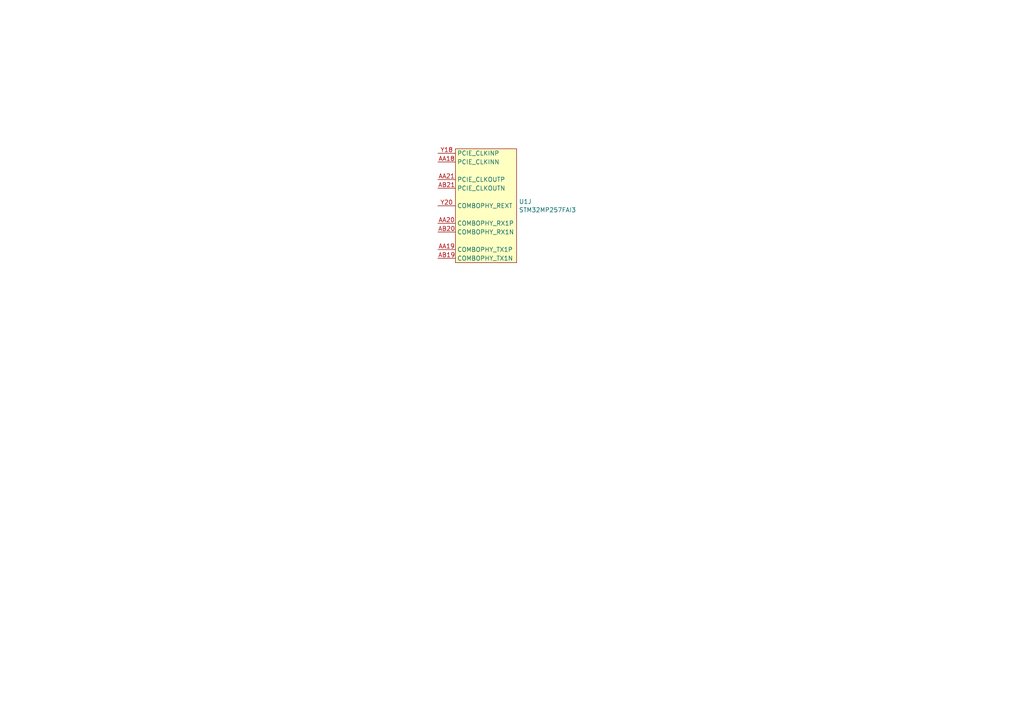
<source format=kicad_sch>
(kicad_sch (version 20231120) (generator "eeschema") (generator_version "8.0")
  (paper "A4")
  (title_block (title "AYRTON Main Board") (date "2024-11-15") (rev "0.1") (company "Antikernel Labs") (comment 1 "Andrew D. Zonenberg"))
  (lib_symbols
    (symbol "st-azonenberg:STM32MP257FAI3"
      (property "Reference" "U" (at 0 -1.016 0))
      (property "Value" "STM32MP257FAI3" (at 0 -3.048 0))
      (symbol "STM32MP257FAI3_1_1"
        (rectangle (start 0 33.02) (end 12.7 0) (fill (type background)))
        (pin input line (at -5.08 16.51 0) (length 5.08) (name "OSC32_IN") (number "R1"))
        (pin output line (at -5.08 13.97 0) (length 5.08) (name "OSC32_OUT") (number "R2"))
        (pin no_connect line (at -5.08 1.27 0) (length 5.08) (name "DNU") (number "U16"))
        (pin output line (at -5.08 6.35 0) (length 5.08) (name "OSC_OUT") (number "V2"))
        (pin input line (at -5.08 8.89 0) (length 5.08) (name "OSC_IN") (number "V3"))
        (pin input line (at -5.08 24.13 0) (length 5.08) (name "ANA0") (number "V5"))
        (pin input line (at -5.08 21.59 0) (length 5.08) (name "ANA1") (number "V6"))
        (pin power_in line (at -5.08 29.21 0) (length 5.08) (name "VREF-") (number "W5"))
        (pin power_in line (at -5.08 31.75 0) (length 5.08) (name "VREF+") (number "Y5"))
      )
      (symbol "STM32MP257FAI3_2_1"
        (rectangle (start 0 33.02) (end 25.4 0) (fill (type background)))
        (pin input line (at -5.08 8.89 0) (length 5.08) (name "JTCK") (number "AA1"))
        (pin input line (at -5.08 11.43 0) (length 5.08) (name "NJTRST") (number "AA2"))
        (pin input line (at -5.08 6.35 0) (length 5.08) (name "JTDI") (number "AB2"))
        (pin input line (at -5.08 21.59 0) (length 5.08) (name "BOOT1") (number "R3"))
        (pin input line (at -5.08 24.13 0) (length 5.08) (name "BOOT0") (number "R4"))
        (pin input line (at -5.08 16.51 0) (length 5.08) (name "BOOT3") (number "T1"))
        (pin input line (at -5.08 19.05 0) (length 5.08) (name "BOOT2") (number "T2"))
        (pin output line (at 30.48 31.75 180) (length 5.08) (name "NRSTC1MS") (number "T3"))
        (pin output line (at 30.48 21.59 180) (length 5.08) (name "PWR_ON") (number "T5"))
        (pin output line (at 30.48 26.67 180) (length 5.08) (name "PWR_CPU_ON") (number "T6"))
        (pin input line (at -5.08 29.21 0) (length 5.08) (name "PDR_ON") (number "T7"))
        (pin bidirectional line (at -5.08 31.75 0) (length 5.08) (name "NRST") (number "U3"))
        (pin output line (at 30.48 24.13 180) (length 5.08) (name "PWR_LP") (number "U4"))
        (pin output line (at -5.08 3.81 0) (length 5.08) (name "JTDO") (number "W1"))
        (pin input line (at -5.08 1.27 0) (length 5.08) (name "JTMS") (number "Y1"))
      )
      (symbol "STM32MP257FAI3_3_1"
        (rectangle (start 0 27.94) (end 19.05 0) (fill (type background)))
        (pin bidirectional line (at -5.08 19.05 0) (length 5.08) (name "USBH_HS_DP") (number "AA16"))
        (pin bidirectional line (at -5.08 16.51 0) (length 5.08) (name "USBH_HS_DM") (number "AB16"))
        (pin bidirectional line (at -5.08 26.67 0) (length 5.08) (name "UCPD1_CC1") (number "T15"))
        (pin bidirectional line (at -5.08 24.13 0) (length 5.08) (name "UCPD1_CC2") (number "T17"))
        (pin input line (at -5.08 3.81 0) (length 5.08) (name "USBH_HS_TXRTUNE") (number "V16"))
        (pin input line (at -5.08 1.27 0) (length 5.08) (name "USB3DR_TXRTUNE") (number "V17"))
        (pin bidirectional line (at -5.08 11.43 0) (length 5.08) (name "USB3DR_DP") (number "W17"))
        (pin bidirectional line (at -5.08 8.89 0) (length 5.08) (name "USB3DR_DM") (number "Y17"))
      )
      (symbol "STM32MP257FAI3_4_1"
        (rectangle (start 0 25.4) (end 11.43 0) (fill (type background)))
        (pin input line (at -5.08 13.97 0) (length 5.08) (name "CSI_D0N") (number "B5"))
        (pin input line (at -5.08 16.51 0) (length 5.08) (name "CSI_D0P") (number "C5"))
        (pin input line (at -5.08 21.59 0) (length 5.08) (name "CSI_CKP") (number "C6"))
        (pin input line (at -5.08 24.13 0) (length 5.08) (name "CSI_CKN") (number "D6"))
        (pin input line (at -5.08 8.89 0) (length 5.08) (name "CSI_D1P") (number "D7"))
        (pin input line (at -5.08 1.27 0) (length 5.08) (name "CSI_REXT") (number "E6"))
        (pin input line (at -5.08 6.35 0) (length 5.08) (name "CSI_D1N") (number "E7"))
      )
      (symbol "STM32MP257FAI3_5_1"
        (rectangle (start 0 78.74) (end 15.24 0) (fill (type background)))
        (pin output line (at -5.08 26.67 0) (length 5.08) (name "DDR_A20") (number "G18"))
        (pin output line (at -5.08 21.59 0) (length 5.08) (name "DDR_A22") (number "H17"))
        (pin output line (at -5.08 34.29 0) (length 5.08) (name "DDR_A17") (number "H18"))
        (pin output line (at -5.08 31.75 0) (length 5.08) (name "DDR_A18") (number "H19"))
        (pin output line (at -5.08 19.05 0) (length 5.08) (name "DDR_A23") (number "J17"))
        (pin output line (at -5.08 36.83 0) (length 5.08) (name "DDR_A16") (number "J18"))
        (pin output line (at -5.08 24.13 0) (length 5.08) (name "DDR_A21") (number "J19"))
        (pin output line (at -5.08 29.21 0) (length 5.08) (name "DDR_A19") (number "K17"))
        (pin output line (at -5.08 44.45 0) (length 5.08) (name "DDR_A13") (number "K18"))
        (pin output line (at -5.08 46.99 0) (length 5.08) (name "DDR_A12") (number "K19"))
        (pin output line (at -5.08 39.37 0) (length 5.08) (name "DDR_A15") (number "L17"))
        (pin output line (at -5.08 41.91 0) (length 5.08) (name "DDR_A14") (number "L18"))
        (pin output line (at -5.08 77.47 0) (length 5.08) (name "DDR_A0") (number "M16"))
        (pin output line (at -5.08 69.85 0) (length 5.08) (name "DDR_A3") (number "M17"))
        (pin output line (at -5.08 8.89 0) (length 5.08) (name "DDR_A28") (number "M18"))
        (pin output line (at -5.08 64.77 0) (length 5.08) (name "DDR_A5") (number "M19"))
        (pin output line (at -5.08 72.39 0) (length 5.08) (name "DDR_A2") (number "N16"))
        (pin output line (at -5.08 49.53 0) (length 5.08) (name "DDR_A11") (number "N17"))
        (pin output line (at -5.08 52.07 0) (length 5.08) (name "DDR_A10") (number "N18"))
        (pin output line (at -5.08 67.31 0) (length 5.08) (name "DDR_A4") (number "N19"))
        (pin output line (at -5.08 1.27 0) (length 5.08) (name "DDR_A31") (number "P16"))
        (pin output line (at -5.08 3.81 0) (length 5.08) (name "DDR_A30") (number "P17"))
        (pin output line (at -5.08 54.61 0) (length 5.08) (name "DDR_A9") (number "P18"))
        (pin output line (at -5.08 57.15 0) (length 5.08) (name "DDR_A8") (number "P19"))
        (pin output line (at -5.08 16.51 0) (length 5.08) (name "DDR_A25") (number "R17"))
        (pin output line (at -5.08 11.43 0) (length 5.08) (name "DDR_A27") (number "R18"))
        (pin output line (at -5.08 13.97 0) (length 5.08) (name "DDR_A26") (number "R19"))
        (pin output line (at -5.08 62.23 0) (length 5.08) (name "DDR_A6") (number "T18"))
        (pin output line (at -5.08 6.35 0) (length 5.08) (name "DDR_A29") (number "T19"))
        (pin output line (at -5.08 74.93 0) (length 5.08) (name "DDR_A1") (number "U18"))
        (pin output line (at -5.08 59.69 0) (length 5.08) (name "DDR_A7") (number "U19"))
      )
      (symbol "STM32MP257FAI3_6_1"
        (rectangle (start 0 81.28) (end 29.21 0) (fill (type background)))
        (pin bidirectional line (at 34.29 72.39 180) (length 5.08) (name "DDR_DQ3") (number "AA22"))
        (pin bidirectional line (at 34.29 31.75 180) (length 5.08) (name "DDR_DQ19") (number "B22"))
        (pin bidirectional line (at 34.29 34.29 180) (length 5.08) (name "DDR_DQ18") (number "C21"))
        (pin bidirectional line (at 34.29 36.83 180) (length 5.08) (name "DDR_DQ17") (number "C22"))
        (pin bidirectional line (at 34.29 39.37 180) (length 5.08) (name "DDR_DQ16") (number "D20"))
        (pin bidirectional line (at -5.08 52.07 0) (length 5.08) (name "DDR_DQS2_P") (number "D21"))
        (pin bidirectional line (at -5.08 49.53 0) (length 5.08) (name "DDR_DQS2_N") (number "D22"))
        (pin bidirectional line (at 34.29 24.13 180) (length 5.08) (name "DDR_DQ22") (number "E19"))
        (pin bidirectional line (at 34.29 21.59 180) (length 5.08) (name "DDR_DQ23") (number "E20"))
        (pin output line (at -5.08 74.93 0) (length 5.08) (name "DDR_DQM2") (number "E21"))
        (pin output line (at -5.08 29.21 0) (length 5.08) (name "DDR_RESETN") (number "F18"))
        (pin bidirectional line (at 34.29 26.67 180) (length 5.08) (name "DDR_DQ21") (number "F19"))
        (pin bidirectional line (at 34.29 29.21 180) (length 5.08) (name "DDR_DQ20") (number "F20"))
        (pin bidirectional line (at 34.29 19.05 180) (length 5.08) (name "DDR_DQ24") (number "G19"))
        (pin bidirectional line (at 34.29 11.43 180) (length 5.08) (name "DDR_DQ27") (number "G20"))
        (pin bidirectional line (at 34.29 13.97 180) (length 5.08) (name "DDR_DQ26") (number "G21"))
        (pin bidirectional line (at 34.29 16.51 180) (length 5.08) (name "DDR_DQ25") (number "G22"))
        (pin output line (at -5.08 72.39 0) (length 5.08) (name "DDR_DQM3") (number "H20"))
        (pin bidirectional line (at -5.08 41.91 0) (length 5.08) (name "DDR_DQS3_N") (number "H21"))
        (pin bidirectional line (at -5.08 44.45 0) (length 5.08) (name "DDR_DQS3_P") (number "H22"))
        (pin bidirectional line (at 34.29 6.35 180) (length 5.08) (name "DDR_DQ29") (number "J20"))
        (pin bidirectional line (at 34.29 8.89 180) (length 5.08) (name "DDQ_DQ28") (number "J21"))
        (pin input line (at -5.08 34.29 0) (length 5.08) (name "DDR_ZQ") (number "K16"))
        (pin bidirectional line (at 34.29 3.81 180) (length 5.08) (name "DDR_DQ30") (number "K20"))
        (pin bidirectional line (at 34.29 1.27 180) (length 5.08) (name "DDR_DQ31") (number "L19"))
        (pin input line (at -5.08 36.83 0) (length 5.08) (name "DDR_VREF") (number "L20"))
        (pin bidirectional line (at 34.29 54.61 180) (length 5.08) (name "DDR_DQ10") (number "L21"))
        (pin bidirectional line (at 34.29 52.07 180) (length 5.08) (name "DDR_DQ11") (number "L22"))
        (pin bidirectional line (at 34.29 59.69 180) (length 5.08) (name "DDR_DQ8") (number "M21"))
        (pin bidirectional line (at 34.29 57.15 180) (length 5.08) (name "DDR_DQ9") (number "M22"))
        (pin bidirectional line (at -5.08 59.69 0) (length 5.08) (name "DDR_DQS1_P") (number "N20"))
        (pin bidirectional line (at -5.08 57.15 0) (length 5.08) (name "DDR_DQS1_N") (number "N21"))
        (pin output line (at -5.08 77.47 0) (length 5.08) (name "DDR_DQM1") (number "P20"))
        (pin bidirectional line (at 34.29 46.99 180) (length 5.08) (name "DDR_DQ13") (number "R20"))
        (pin bidirectional line (at 34.29 44.45 180) (length 5.08) (name "DDR_DQ14") (number "R21"))
        (pin bidirectional line (at 34.29 41.91 180) (length 5.08) (name "DDR_DQ15") (number "R22"))
        (pin bidirectional line (at 34.29 67.31 180) (length 5.08) (name "DDR_DQ5") (number "T20"))
        (pin bidirectional line (at 34.29 69.85 180) (length 5.08) (name "DDR_DQ4") (number "T21"))
        (pin bidirectional line (at 34.29 49.53 180) (length 5.08) (name "DDR_DQ12") (number "T22"))
        (pin bidirectional line (at 34.29 62.23 180) (length 5.08) (name "DDR_DQ7") (number "U20"))
        (pin bidirectional line (at 34.29 64.77 180) (length 5.08) (name "DDR_DQ6") (number "U21"))
        (pin bidirectional line (at -5.08 67.31 0) (length 5.08) (name "DDR_DQS0_P") (number "V20"))
        (pin bidirectional line (at -5.08 64.77 0) (length 5.08) (name "DDR_DQS0_N") (number "W20"))
        (pin output line (at -5.08 80.01 0) (length 5.08) (name "DDR_DQM0") (number "W21"))
        (pin bidirectional line (at 34.29 80.01 180) (length 5.08) (name "DDR_DQ0") (number "W22"))
        (pin bidirectional line (at 34.29 77.47 180) (length 5.08) (name "DDR_DQ1") (number "Y21"))
        (pin bidirectional line (at 34.29 74.93 180) (length 5.08) (name "DDR_DQ2") (number "Y22"))
      )
      (symbol "STM32MP257FAI3_7_1"
        (rectangle (start 0 40.64) (end 10.16 0) (fill (type background)))
        (pin output line (at -5.08 8.89 0) (length 5.08) (name "DSI_D3P") (number "A7"))
        (pin output line (at -5.08 39.37 0) (length 5.08) (name "DSI_CKP") (number "A8"))
        (pin output line (at -5.08 6.35 0) (length 5.08) (name "DSI_D3N") (number "B7"))
        (pin output line (at -5.08 36.83 0) (length 5.08) (name "DSI_CKN") (number "B8"))
        (pin output line (at -5.08 29.21 0) (length 5.08) (name "DSI_D0N") (number "B9"))
        (pin output line (at -5.08 16.51 0) (length 5.08) (name "DSI_D2P") (number "C8"))
        (pin output line (at -5.08 31.75 0) (length 5.08) (name "DSI_D0P") (number "C9"))
        (pin output line (at -5.08 13.97 0) (length 5.08) (name "DSI_D2N") (number "D8"))
        (pin output line (at -5.08 24.13 0) (length 5.08) (name "DSI_D1P") (number "D9"))
        (pin input line (at -5.08 1.27 0) (length 5.08) (name "DSI_REXT") (number "E8"))
        (pin output line (at -5.08 21.59 0) (length 5.08) (name "DSI_D1N") (number "E9"))
      )
      (symbol "STM32MP257FAI3_8_1"
        (rectangle (start 0 35.56) (end 12.7 0) (fill (type background)))
        (pin output line (at -5.08 24.13 0) (length 5.08) (name "LVDS1_D1N") (number "D1"))
        (pin output line (at -5.08 26.67 0) (length 5.08) (name "LVDS1_D1P") (number "D2"))
        (pin output line (at -5.08 31.75 0) (length 5.08) (name "LVDS1_D0N") (number "D3"))
        (pin output line (at -5.08 34.29 0) (length 5.08) (name "LVDS1_D0P") (number "D4"))
        (pin output line (at -5.08 19.05 0) (length 5.08) (name "LVDS1_D2P") (number "E3"))
        (pin output line (at -5.08 16.51 0) (length 5.08) (name "LVDS1_D2N") (number "E4"))
        (pin output line (at -5.08 11.43 0) (length 5.08) (name "LVDS1_D3P") (number "F2"))
        (pin output line (at -5.08 8.89 0) (length 5.08) (name "LVDS1_D3N") (number "F3"))
        (pin output line (at -5.08 3.81 0) (length 5.08) (name "LVDS1_D4P") (number "F4"))
        (pin output line (at -5.08 1.27 0) (length 5.08) (name "LVDS1_D4N") (number "F5"))
      )
      (symbol "STM32MP257FAI3_9_1"
        (rectangle (start 0 35.56) (end 12.7 0) (fill (type background)))
        (pin output line (at -5.08 26.67 0) (length 5.08) (name "LVDS2_D1P") (number "A2"))
        (pin output line (at -5.08 24.13 0) (length 5.08) (name "LVDS2_D1N") (number "A3"))
        (pin output line (at -5.08 34.29 0) (length 5.08) (name "LVDS2_D0P") (number "A4"))
        (pin output line (at -5.08 3.81 0) (length 5.08) (name "LVDS2_D4P") (number "B1"))
        (pin output line (at -5.08 1.27 0) (length 5.08) (name "LVDS2_D4N") (number "B2"))
        (pin output line (at -5.08 16.51 0) (length 5.08) (name "LVDS2_D2N") (number "B3"))
        (pin output line (at -5.08 31.75 0) (length 5.08) (name "LVDS2_D0N") (number "B4"))
        (pin output line (at -5.08 11.43 0) (length 5.08) (name "LVDS2_D3P") (number "C1"))
        (pin output line (at -5.08 8.89 0) (length 5.08) (name "LVDS2_D3N") (number "C2"))
        (pin output line (at -5.08 19.05 0) (length 5.08) (name "LVDS2_D2P") (number "C3"))
      )
      (symbol "STM32MP257FAI3_10_1"
        (rectangle (start 0 33.02) (end 17.78 0) (fill (type background)))
        (pin input line (at -5.08 29.21 0) (length 5.08) (name "PCIE_CLKINN") (number "AA18"))
        (pin output line (at -5.08 3.81 0) (length 5.08) (name "COMBOPHY_TX1P") (number "AA19"))
        (pin input line (at -5.08 11.43 0) (length 5.08) (name "COMBOPHY_RX1P") (number "AA20"))
        (pin output line (at -5.08 24.13 0) (length 5.08) (name "PCIE_CLKOUTP") (number "AA21"))
        (pin output line (at -5.08 1.27 0) (length 5.08) (name "COMBOPHY_TX1N") (number "AB19"))
        (pin input line (at -5.08 8.89 0) (length 5.08) (name "COMBOPHY_RX1N") (number "AB20"))
        (pin output line (at -5.08 21.59 0) (length 5.08) (name "PCIE_CLKOUTN") (number "AB21"))
        (pin input line (at -5.08 31.75 0) (length 5.08) (name "PCIE_CLKINP") (number "Y18"))
        (pin passive line (at -5.08 16.51 0) (length 5.08) (name "COMBOPHY_REXT") (number "Y20"))
      )
      (symbol "STM32MP257FAI3_11_1"
        (rectangle (start 0 40.64) (end 21.59 0) (fill (type background)))
        (pin bidirectional line (at -5.08 1.27 0) (length 5.08) (name "PA15") (number "T10"))
        (pin bidirectional line (at -5.08 16.51 0) (length 5.08) (name "PA9") (number "T12"))
        (pin bidirectional line (at -5.08 31.75 0) (length 5.08) (name "PA3") (number "T14"))
        (pin bidirectional line (at -5.08 3.81 0) (length 5.08) (name "PA14") (number "U10"))
        (pin bidirectional line (at -5.08 8.89 0) (length 5.08) (name "PA12") (number "U12"))
        (pin bidirectional line (at -5.08 13.97 0) (length 5.08) (name "PA10") (number "U13"))
        (pin bidirectional line (at -5.08 24.13 0) (length 5.08) (name "PA6") (number "V14"))
        (pin bidirectional line (at -5.08 36.83 0) (length 5.08) (name "PA1") (number "V15"))
        (pin bidirectional line (at -5.08 11.43 0) (length 5.08) (name "PA11") (number "W12"))
        (pin bidirectional line (at -5.08 34.29 0) (length 5.08) (name "PA2") (number "W13"))
        (pin bidirectional line (at -5.08 19.05 0) (length 5.08) (name "PA8") (number "W15"))
        (pin bidirectional line (at -5.08 6.35 0) (length 5.08) (name "PA13") (number "Y12"))
        (pin bidirectional line (at -5.08 26.67 0) (length 5.08) (name "PA5") (number "Y13"))
        (pin bidirectional line (at -5.08 21.59 0) (length 5.08) (name "PA7") (number "Y14"))
        (pin bidirectional line (at -5.08 29.21 0) (length 5.08) (name "PA4") (number "Y15"))
        (pin bidirectional line (at -5.08 39.37 0) (length 5.08) (name "PA0") (number "Y2"))
      )
      (symbol "STM32MP257FAI3_12_1"
        (polyline (pts (xy 19.05 39.37) (xy 20.32 39.37) (xy 20.32 11.43) (xy 19.05 11.43)))
        (rectangle (start 0 40.64) (end 22.86 0) (fill (type background)))
        (text "VDDIO4" (at 21.59 25.654 900) (effects (font (size 1.27 1.27))))
        (pin bidirectional line (at -5.08 13.97 0) (length 5.08) (name "PB10") (number "A11"))
        (pin bidirectional line (at -5.08 16.51 0) (length 5.08) (name "PB9") (number "A12"))
        (pin bidirectional line (at -5.08 1.27 0) (length 5.08) (name "PB15") (number "AB4"))
        (pin bidirectional line (at -5.08 26.67 0) (length 5.08) (name "PB5") (number "B11"))
        (pin bidirectional line (at -5.08 11.43 0) (length 5.08) (name "PB11") (number "B12"))
        (pin bidirectional line (at -5.08 8.89 0) (length 5.08) (name "PB12") (number "B20"))
        (pin bidirectional line (at -5.08 34.29 0) (length 5.08) (name "PB2") (number "C10"))
        (pin bidirectional line (at -5.08 39.37 0) (length 5.08) (name "PB0") (number "C11"))
        (pin bidirectional line (at -5.08 24.13 0) (length 5.08) (name "PB6") (number "C12"))
        (pin bidirectional line (at -5.08 3.81 0) (length 5.08) (name "PB14") (number "C20"))
        (pin bidirectional line (at -5.08 29.21 0) (length 5.08) (name "PB4") (number "D10"))
        (pin bidirectional line (at -5.08 36.83 0) (length 5.08) (name "PB1") (number "D11"))
        (pin bidirectional line (at -5.08 21.59 0) (length 5.08) (name "PB7") (number "D12"))
        (pin bidirectional line (at -5.08 6.35 0) (length 5.08) (name "PB13") (number "D19"))
        (pin bidirectional line (at -5.08 31.75 0) (length 5.08) (name "PB3") (number "E10"))
        (pin bidirectional line (at -5.08 19.05 0) (length 5.08) (name "PB8") (number "G11"))
      )
      (symbol "STM32MP257FAI3_13_1"
        (rectangle (start 0 35.56) (end 21.59 0) (fill (type background)))
        (pin bidirectional line (at -5.08 19.05 0) (length 5.08) (name "PC6") (number "AA10"))
        (pin bidirectional line (at -5.08 34.29 0) (length 5.08) (name "PC0") (number "AA12"))
        (pin bidirectional line (at -5.08 6.35 0) (length 5.08) (name "PC11") (number "AB7"))
        (pin bidirectional line (at -5.08 16.51 0) (length 5.08) (name "PC7") (number "AF9"))
        (pin bidirectional line (at -5.08 8.89 0) (length 5.08) (name "PC10") (number "AG10"))
        (pin bidirectional line (at -5.08 1.27 0) (length 5.08) (name "PC13") (number "P6"))
        (pin bidirectional line (at -5.08 11.43 0) (length 5.08) (name "PC9") (number "U8"))
        (pin bidirectional line (at -5.08 21.59 0) (length 5.08) (name "PC5") (number "U9"))
        (pin bidirectional line (at -5.08 31.75 0) (length 5.08) (name "PC1") (number "V11"))
        (pin bidirectional line (at -5.08 13.97 0) (length 5.08) (name "PC8") (number "V8"))
        (pin bidirectional line (at -5.08 24.13 0) (length 5.08) (name "PC4") (number "V9"))
        (pin bidirectional line (at -5.08 26.67 0) (length 5.08) (name "PC3") (number "W9"))
        (pin bidirectional line (at -5.08 29.21 0) (length 5.08) (name "PC2") (number "Y11"))
        (pin bidirectional line (at -5.08 3.81 0) (length 5.08) (name "PC12") (number "Y7"))
      )
      (symbol "STM32MP257FAI3_14_1"
        (polyline (pts (xy 19.05 39.37) (xy 20.32 39.37) (xy 20.32 11.43) (xy 19.05 11.43)))
        (rectangle (start 0 40.64) (end 22.86 0) (fill (type background)))
        (text "VDDIO3" (at 21.59 25.654 900) (effects (font (size 1.27 1.27))))
        (pin bidirectional line (at -5.08 24.13 0) (length 5.08) (name "PD6") (number "A15"))
        (pin bidirectional line (at -5.08 8.89 0) (length 5.08) (name "PD12") (number "A21"))
        (pin bidirectional line (at -5.08 16.51 0) (length 5.08) (name "PD9") (number "B13"))
        (pin bidirectional line (at -5.08 26.67 0) (length 5.08) (name "PD5") (number "B15"))
        (pin bidirectional line (at -5.08 6.35 0) (length 5.08) (name "PD13") (number "B21"))
        (pin bidirectional line (at -5.08 19.05 0) (length 5.08) (name "PD8") (number "C13"))
        (pin bidirectional line (at -5.08 29.21 0) (length 5.08) (name "PD4") (number "C14"))
        (pin bidirectional line (at -5.08 31.75 0) (length 5.08) (name "PD3") (number "C15"))
        (pin bidirectional line (at -5.08 13.97 0) (length 5.08) (name "PD10") (number "D13"))
        (pin bidirectional line (at -5.08 39.37 0) (length 5.08) (name "PD0") (number "D14"))
        (pin bidirectional line (at -5.08 21.59 0) (length 5.08) (name "PD7") (number "D15"))
        (pin bidirectional line (at -5.08 11.43 0) (length 5.08) (name "PD11") (number "E13"))
        (pin bidirectional line (at -5.08 34.29 0) (length 5.08) (name "PD2") (number "E14"))
        (pin bidirectional line (at -5.08 36.83 0) (length 5.08) (name "PD1") (number "E15"))
        (pin bidirectional line (at -5.08 1.27 0) (length 5.08) (name "PD15") (number "F16"))
        (pin bidirectional line (at -5.08 3.81 0) (length 5.08) (name "PD14") (number "G15"))
      )
      (symbol "STM32MP257FAI3_15_1"
        (polyline (pts (xy 19.05 24.13) (xy 20.32 24.13) (xy 20.32 1.27) (xy 19.05 1.27)))
        (polyline (pts (xy 19.05 39.37) (xy 20.32 39.37) (xy 20.32 26.67) (xy 19.05 26.67)))
        (rectangle (start 0 40.64) (end 22.86 0) (fill (type background)))
        (text "VDDIO1" (at 21.844 33.02 900) (effects (font (size 1.27 1.27))))
        (text "VDDIO2" (at 21.844 12.7 900) (effects (font (size 1.27 1.27))))
        (pin bidirectional line (at -5.08 39.37 0) (length 5.08) (name "PE0") (number "A16"))
        (pin bidirectional line (at -5.08 13.97 0) (length 5.08) (name "PE10") (number "A19"))
        (pin bidirectional line (at -5.08 3.81 0) (length 5.08) (name "PE14") (number "A20"))
        (pin bidirectional line (at -5.08 36.83 0) (length 5.08) (name "PE1") (number "B16"))
        (pin bidirectional line (at -5.08 29.21 0) (length 5.08) (name "PE4") (number "B17"))
        (pin bidirectional line (at -5.08 6.35 0) (length 5.08) (name "PE13") (number "B19"))
        (pin bidirectional line (at -5.08 34.29 0) (length 5.08) (name "PE2") (number "C16"))
        (pin bidirectional line (at -5.08 26.67 0) (length 5.08) (name "PE5") (number "C17"))
        (pin bidirectional line (at -5.08 19.05 0) (length 5.08) (name "PE8") (number "C18"))
        (pin bidirectional line (at -5.08 8.89 0) (length 5.08) (name "PE12") (number "C19"))
        (pin bidirectional line (at -5.08 31.75 0) (length 5.08) (name "PE3") (number "D16"))
        (pin bidirectional line (at -5.08 21.59 0) (length 5.08) (name "PE7") (number "D17"))
        (pin bidirectional line (at -5.08 16.51 0) (length 5.08) (name "PE9") (number "D18"))
        (pin bidirectional line (at -5.08 24.13 0) (length 5.08) (name "PE6") (number "E16"))
        (pin bidirectional line (at -5.08 11.43 0) (length 5.08) (name "PE11") (number "E17"))
        (pin bidirectional line (at -5.08 1.27 0) (length 5.08) (name "PE15") (number "F17"))
      )
      (symbol "STM32MP257FAI3_16_1"
        (rectangle (start 0 40.64) (end 21.59 0) (fill (type background)))
        (pin bidirectional line (at -5.08 16.51 0) (length 5.08) (name "PF9") (number "AA7"))
        (pin bidirectional line (at -5.08 19.05 0) (length 5.08) (name "PF8") (number "AA8"))
        (pin bidirectional line (at -5.08 24.13 0) (length 5.08) (name "PF6") (number "AB8"))
        (pin bidirectional line (at -5.08 13.97 0) (length 5.08) (name "PF10") (number "AE5"))
        (pin bidirectional line (at -5.08 3.81 0) (length 5.08) (name "PF14") (number "H1"))
        (pin bidirectional line (at -5.08 8.89 0) (length 5.08) (name "PF12") (number "K3"))
        (pin bidirectional line (at -5.08 6.35 0) (length 5.08) (name "PF13") (number "L4"))
        (pin bidirectional line (at -5.08 1.27 0) (length 5.08) (name "PF15") (number "L7"))
        (pin bidirectional line (at -5.08 21.59 0) (length 5.08) (name "PF7") (number "T9"))
        (pin bidirectional line (at -5.08 34.29 0) (length 5.08) (name "PF2") (number "V10"))
        (pin bidirectional line (at -5.08 39.37 0) (length 5.08) (name "PF0") (number "V12"))
        (pin bidirectional line (at -5.08 31.75 0) (length 5.08) (name "PF3") (number "W10"))
        (pin bidirectional line (at -5.08 36.83 0) (length 5.08) (name "PF1") (number "W11"))
        (pin bidirectional line (at -5.08 29.21 0) (length 5.08) (name "PF4") (number "Y10"))
        (pin bidirectional line (at -5.08 11.43 0) (length 5.08) (name "PF11") (number "Y6"))
        (pin bidirectional line (at -5.08 26.67 0) (length 5.08) (name "PF5") (number "Y9"))
      )
      (symbol "STM32MP257FAI3_17_1"
        (rectangle (start 0 40.64) (end 21.59 0) (fill (type background)))
        (pin bidirectional line (at -5.08 29.21 0) (length 5.08) (name "PG4") (number "AA4"))
        (pin bidirectional line (at -5.08 16.51 0) (length 5.08) (name "PG9") (number "G3"))
        (pin bidirectional line (at -5.08 3.81 0) (length 5.08) (name "PG14") (number "G4"))
        (pin bidirectional line (at -5.08 24.13 0) (length 5.08) (name "PG6") (number "H2"))
        (pin bidirectional line (at -5.08 13.97 0) (length 5.08) (name "PG10") (number "H3"))
        (pin bidirectional line (at -5.08 1.27 0) (length 5.08) (name "PG15") (number "H4"))
        (pin bidirectional line (at -5.08 8.89 0) (length 5.08) (name "PG12") (number "J3"))
        (pin bidirectional line (at -5.08 11.43 0) (length 5.08) (name "PG11") (number "J4"))
        (pin bidirectional line (at -5.08 21.59 0) (length 5.08) (name "PG7") (number "K4"))
        (pin bidirectional line (at -5.08 6.35 0) (length 5.08) (name "PG13") (number "K5"))
        (pin bidirectional line (at -5.08 26.67 0) (length 5.08) (name "PG5") (number "L1"))
        (pin bidirectional line (at -5.08 19.05 0) (length 5.08) (name "PG8") (number "L5"))
        (pin bidirectional line (at -5.08 31.75 0) (length 5.08) (name "PG3") (number "W4"))
        (pin bidirectional line (at -5.08 36.83 0) (length 5.08) (name "PG1") (number "W6"))
        (pin bidirectional line (at -5.08 39.37 0) (length 5.08) (name "PG0") (number "W7"))
        (pin bidirectional line (at -5.08 34.29 0) (length 5.08) (name "PG2") (number "Y4"))
      )
      (symbol "STM32MP257FAI3_18_1"
        (rectangle (start 0 30.48) (end 21.59 0) (fill (type background)))
        (pin bidirectional line (at -5.08 3.81 0) (length 5.08) (name "PH12") (number "AA11"))
        (pin bidirectional line (at -5.08 19.05 0) (length 5.08) (name "PH6") (number "AA14"))
        (pin bidirectional line (at -5.08 21.59 0) (length 5.08) (name "PH5") (number "AA15"))
        (pin bidirectional line (at -5.08 1.27 0) (length 5.08) (name "PH13") (number "AB11"))
        (pin bidirectional line (at -5.08 11.43 0) (length 5.08) (name "PH9") (number "AB12"))
        (pin bidirectional line (at -5.08 24.13 0) (length 5.08) (name "PH4") (number "AB15"))
        (pin bidirectional line (at -5.08 6.35 0) (length 5.08) (name "PH11") (number "T11"))
        (pin bidirectional line (at -5.08 16.51 0) (length 5.08) (name "PH7") (number "T13"))
        (pin bidirectional line (at -5.08 8.89 0) (length 5.08) (name "PH10") (number "U11"))
        (pin bidirectional line (at -5.08 13.97 0) (length 5.08) (name "PH8") (number "U14"))
        (pin bidirectional line (at -5.08 29.21 0) (length 5.08) (name "PH2") (number "V13"))
        (pin bidirectional line (at -5.08 26.67 0) (length 5.08) (name "PH3") (number "W14"))
      )
      (symbol "STM32MP257FAI3_19_1"
        (rectangle (start 0 40.64) (end 21.59 0) (fill (type background)))
        (pin bidirectional line (at -5.08 1.27 0) (length 5.08) (name "PI15") (number "E11"))
        (pin bidirectional line (at -5.08 11.43 0) (length 5.08) (name "PI11") (number "E18"))
        (pin bidirectional line (at -5.08 8.89 0) (length 5.08) (name "PI12") (number "G1"))
        (pin bidirectional line (at -5.08 3.81 0) (length 5.08) (name "PI14") (number "G13"))
        (pin bidirectional line (at -5.08 13.97 0) (length 5.08) (name "PI10") (number "G16"))
        (pin bidirectional line (at -5.08 6.35 0) (length 5.08) (name "PI13") (number "G2"))
        (pin bidirectional line (at -5.08 39.37 0) (length 5.08) (name "PI0") (number "G5"))
        (pin bidirectional line (at -5.08 26.67 0) (length 5.08) (name "PI5") (number "H5"))
        (pin bidirectional line (at -5.08 36.83 0) (length 5.08) (name "PI1") (number "H6"))
        (pin bidirectional line (at -5.08 34.29 0) (length 5.08) (name "PI2") (number "J5"))
        (pin bidirectional line (at -5.08 31.75 0) (length 5.08) (name "PI3") (number "J6"))
        (pin bidirectional line (at -5.08 24.13 0) (length 5.08) (name "PI6") (number "J7"))
        (pin bidirectional line (at -5.08 29.21 0) (length 5.08) (name "PI4") (number "K6"))
        (pin bidirectional line (at -5.08 16.51 0) (length 5.08) (name "PI9") (number "K7"))
        (pin bidirectional line (at -5.08 21.59 0) (length 5.08) (name "PI7") (number "L6"))
        (pin bidirectional line (at -5.08 19.05 0) (length 5.08) (name "PI8") (number "M6"))
      )
      (symbol "STM32MP257FAI3_20_1"
        (rectangle (start 0 40.64) (end 21.59 0) (fill (type background)))
        (pin bidirectional line (at -5.08 31.75 0) (length 5.08) (name "PJ3") (number "AA3"))
        (pin bidirectional line (at -5.08 34.29 0) (length 5.08) (name "PJ2") (number "AB3"))
        (pin bidirectional line (at -5.08 1.27 0) (length 5.08) (name "PJ15") (number "K2"))
        (pin bidirectional line (at -5.08 8.89 0) (length 5.08) (name "PJ12") (number "L2"))
        (pin bidirectional line (at -5.08 3.81 0) (length 5.08) (name "PJ14") (number "L3"))
        (pin bidirectional line (at -5.08 16.51 0) (length 5.08) (name "PJ9") (number "M1"))
        (pin bidirectional line (at -5.08 19.05 0) (length 5.08) (name "PJ8") (number "M2"))
        (pin bidirectional line (at -5.08 13.97 0) (length 5.08) (name "PJ10") (number "M3"))
        (pin bidirectional line (at -5.08 6.35 0) (length 5.08) (name "PJ13") (number "M4"))
        (pin bidirectional line (at -5.08 11.43 0) (length 5.08) (name "PJ11") (number "M5"))
        (pin bidirectional line (at -5.08 39.37 0) (length 5.08) (name "PJ0") (number "U15"))
        (pin bidirectional line (at -5.08 24.13 0) (length 5.08) (name "PJ6") (number "U5"))
        (pin bidirectional line (at -5.08 26.67 0) (length 5.08) (name "PJ5") (number "V4"))
        (pin bidirectional line (at -5.08 21.59 0) (length 5.08) (name "PJ7") (number "W2"))
        (pin bidirectional line (at -5.08 29.21 0) (length 5.08) (name "PJ4") (number "W3"))
        (pin bidirectional line (at -5.08 36.83 0) (length 5.08) (name "PJ1") (number "Y3"))
      )
      (symbol "STM32MP257FAI3_21_1"
        (rectangle (start 0 20.32) (end 21.59 0) (fill (type background)))
        (pin bidirectional line (at -5.08 16.51 0) (length 5.08) (name "PK1") (number "E12"))
        (pin bidirectional line (at -5.08 8.89 0) (length 5.08) (name "PK4") (number "F11"))
        (pin bidirectional line (at -5.08 19.05 0) (length 5.08) (name "PK0") (number "F12"))
        (pin bidirectional line (at -5.08 13.97 0) (length 5.08) (name "PK2") (number "F13"))
        (pin bidirectional line (at -5.08 6.35 0) (length 5.08) (name "PK5") (number "F14"))
        (pin bidirectional line (at -5.08 11.43 0) (length 5.08) (name "PK3") (number "F15"))
        (pin bidirectional line (at -5.08 3.81 0) (length 5.08) (name "PK6") (number "G12"))
        (pin bidirectional line (at -5.08 1.27 0) (length 5.08) (name "PK7") (number "G14"))
      )
      (symbol "STM32MP257FAI3_22_1"
        (rectangle (start 0 25.4) (end 21.59 0) (fill (type background)))
        (pin bidirectional line (at -5.08 1.27 0) (length 5.08) (name "PZ9") (number "N3"))
        (pin bidirectional line (at -5.08 16.51 0) (length 5.08) (name "PZ3") (number "N4"))
        (pin bidirectional line (at -5.08 24.13 0) (length 5.08) (name "PZ0") (number "N5"))
        (pin bidirectional line (at -5.08 21.59 0) (length 5.08) (name "PZ1") (number "N6"))
        (pin bidirectional line (at -5.08 6.35 0) (length 5.08) (name "PZ7") (number "P2"))
        (pin bidirectional line (at -5.08 3.81 0) (length 5.08) (name "PZ8") (number "P3"))
        (pin bidirectional line (at -5.08 19.05 0) (length 5.08) (name "PZ2") (number "P4"))
        (pin bidirectional line (at -5.08 11.43 0) (length 5.08) (name "PZ5") (number "P5"))
        (pin bidirectional line (at -5.08 13.97 0) (length 5.08) (name "PZ4") (number "R5"))
        (pin bidirectional line (at -5.08 8.89 0) (length 5.08) (name "PZ6") (number "R6"))
      )
      (symbol "STM32MP257FAI3_23_1"
        (rectangle (start 0 86.36) (end 30.48 0) (fill (type background)))
        (pin power_in line (at -5.08 57.15 0) (length 5.08) (name "VDDA18LVDS") (number "C4"))
        (pin power_in line (at -5.08 59.69 0) (length 5.08) (name "VDDA18DSI") (number "C7"))
        (pin power_in line (at 35.56 24.13 180) (length 5.08) (name "VDDCSI") (number "D5"))
        (pin power_in line (at -5.08 16.51 0) (length 5.08) (name "VDDIO2") (number "F10"))
        (pin power_in line (at -5.08 64.77 0) (length 5.08) (name "VDDA18CSI") (number "F6"))
        (pin power_in line (at 35.56 21.59 180) (length 5.08) (name "VDDDSI") (number "F7"))
        (pin power_in line (at -5.08 13.97 0) (length 5.08) (name "VDDIO3") (number "F8"))
        (pin power_in line (at -5.08 11.43 0) (length 5.08) (name "VDDIO3") (number "F9"))
        (pin power_in line (at -5.08 19.05 0) (length 5.08) (name "VDDIO1") (number "G10"))
        (pin power_in line (at -5.08 54.61 0) (length 5.08) (name "VDDA18PLL1") (number "G17"))
        (pin power_in line (at 35.56 19.05 180) (length 5.08) (name "VDDLVDS") (number "G7"))
        (pin power_in line (at -5.08 8.89 0) (length 5.08) (name "VDDIO4") (number "G8"))
        (pin power_in line (at -5.08 6.35 0) (length 5.08) (name "VDDIO4") (number "G9"))
        (pin power_in line (at 35.56 64.77 180) (length 5.08) (name "VDDCPU") (number "H11"))
        (pin power_in line (at 35.56 62.23 180) (length 5.08) (name "VDDCPU") (number "H13"))
        (pin power_in line (at 35.56 59.69 180) (length 5.08) (name "VDDCPU") (number "H15"))
        (pin power_in line (at 35.56 85.09 180) (length 5.08) (name "VDDCORE") (number "H7"))
        (pin power_in line (at 35.56 82.55 180) (length 5.08) (name "VDDCORE") (number "H9"))
        (pin power_in line (at 35.56 77.47 180) (length 5.08) (name "VDDCORE") (number "J10"))
        (pin power_in line (at 35.56 57.15 180) (length 5.08) (name "VDDCPU") (number "J12"))
        (pin power_in line (at 35.56 54.61 180) (length 5.08) (name "VDDCPU") (number "J14"))
        (pin power_in line (at -5.08 62.23 0) (length 5.08) (name "VDDA18DDR") (number "J16"))
        (pin power_in line (at 35.56 80.01 180) (length 5.08) (name "VDDCORE") (number "J8"))
        (pin power_in line (at 35.56 72.39 180) (length 5.08) (name "VDDCORE") (number "K11"))
        (pin power_in line (at 35.56 52.07 180) (length 5.08) (name "VDDCPU") (number "K13"))
        (pin power_in line (at -5.08 39.37 0) (length 5.08) (name "VDDQDDR") (number "K15"))
        (pin power_in line (at -5.08 52.07 0) (length 5.08) (name "VDDA18PLL2") (number "K8"))
        (pin power_in line (at 35.56 74.93 180) (length 5.08) (name "VDDCORE") (number "K9"))
        (pin power_in line (at 35.56 69.85 180) (length 5.08) (name "VDDCORE") (number "L10"))
        (pin power_in line (at 35.56 49.53 180) (length 5.08) (name "VDDCPU") (number "L12"))
        (pin power_in line (at -5.08 36.83 0) (length 5.08) (name "VDDQDDR") (number "L16"))
        (pin power_in line (at -5.08 49.53 0) (length 5.08) (name "VDDA18PLL3") (number "L8"))
        (pin power_in line (at 35.56 44.45 180) (length 5.08) (name "VDDGPU") (number "M11"))
        (pin power_in line (at 35.56 41.91 180) (length 5.08) (name "VDDGPU") (number "M13"))
        (pin power_in line (at -5.08 34.29 0) (length 5.08) (name "VDDQDDR") (number "M15"))
        (pin power_in line (at -5.08 85.09 0) (length 5.08) (name "VDD") (number "M9"))
        (pin power_in line (at 35.56 39.37 180) (length 5.08) (name "VDDGPU") (number "N10"))
        (pin power_in line (at 35.56 36.83 180) (length 5.08) (name "VDDGPU") (number "N12"))
        (pin power_in line (at -5.08 31.75 0) (length 5.08) (name "VDDQDDR") (number "N14"))
        (pin power_in line (at -5.08 82.55 0) (length 5.08) (name "VDD") (number "N8"))
        (pin power_in line (at -5.08 77.47 0) (length 5.08) (name "VDD") (number "P11"))
        (pin power_in line (at 35.56 34.29 180) (length 5.08) (name "VDDGPU") (number "P13"))
        (pin power_in line (at -5.08 29.21 0) (length 5.08) (name "VDDQDDR") (number "P15"))
        (pin power_in line (at -5.08 1.27 0) (length 5.08) (name "VBAT") (number "P7"))
        (pin power_in line (at -5.08 80.01 0) (length 5.08) (name "VDD") (number "P9"))
        (pin power_in line (at -5.08 72.39 0) (length 5.08) (name "VDD") (number "R10"))
        (pin power_in line (at 35.56 31.75 180) (length 5.08) (name "VDDGPU") (number "R12"))
        (pin power_in line (at -5.08 26.67 0) (length 5.08) (name "VDDQDDR") (number "R14"))
        (pin power_in line (at -5.08 24.13 0) (length 5.08) (name "VDDQDDR") (number "R16"))
        (pin power_in line (at 35.56 8.89 180) (length 5.08) (name "VDDA18AON") (number "R7"))
        (pin power_in line (at -5.08 74.93 0) (length 5.08) (name "VDD") (number "R8"))
        (pin power_in line (at 35.56 26.67 180) (length 5.08) (name "VDD33UCPD") (number "T16"))
        (pin power_in line (at -5.08 44.45 0) (length 5.08) (name "VDDA18USB") (number "U17"))
        (pin power_in line (at 35.56 16.51 180) (length 5.08) (name "VDDPCIECLK") (number "V18"))
        (pin power_in line (at 35.56 13.97 180) (length 5.08) (name "VDDCOMBOPHY") (number "V19"))
        (pin power_in line (at -5.08 67.31 0) (length 5.08) (name "VDDA18ADC") (number "V7"))
        (pin power_in line (at -5.08 46.99 0) (length 5.08) (name "VDDA18COMBOPHY") (number "W18"))
        (pin power_in line (at 35.56 6.35 180) (length 5.08) (name "VDD33USB") (number "Y16"))
        (pin power_in line (at 35.56 11.43 180) (length 5.08) (name "VDDCOMBOPHYTX") (number "Y19"))
      )
      (symbol "STM32MP257FAI3_24_1"
        (rectangle (start 0 55.88) (end 12.7 0) (fill (type background)))
        (pin power_in line (at -5.08 49.53 0) (length 5.08) (name "VSS") (number "A1"))
        (pin power_in line (at -5.08 46.99 0) (length 5.08) (name "VSS") (number "A22"))
        (pin power_in line (at -5.08 54.61 0) (length 5.08) (name "VSS") (number "AB1"))
        (pin power_in line (at -5.08 52.07 0) (length 5.08) (name "VSS") (number "AB22"))
        (pin power_in line (at -5.08 44.45 0) (length 5.08) (name "VSS") (number "E5"))
        (pin power_in line (at -5.08 41.91 0) (length 5.08) (name "VSS") (number "G6"))
        (pin power_in line (at -5.08 36.83 0) (length 5.08) (name "VSS") (number "H10"))
        (pin power_in line (at -5.08 34.29 0) (length 5.08) (name "VSS") (number "H12"))
        (pin power_in line (at -5.08 31.75 0) (length 5.08) (name "VSS") (number "H14"))
        (pin power_in line (at -5.08 29.21 0) (length 5.08) (name "VSS") (number "H16"))
        (pin power_in line (at -5.08 39.37 0) (length 5.08) (name "VSS") (number "H8"))
        (pin power_in line (at -5.08 24.13 0) (length 5.08) (name "VSS") (number "J11"))
        (pin power_in line (at -5.08 21.59 0) (length 5.08) (name "VSS") (number "J13"))
        (pin power_in line (at -5.08 19.05 0) (length 5.08) (name "VSS") (number "J15"))
        (pin power_in line (at -5.08 26.67 0) (length 5.08) (name "VSS") (number "J9"))
        (pin power_in line (at -5.08 16.51 0) (length 5.08) (name "VSS") (number "K10"))
        (pin power_in line (at -5.08 13.97 0) (length 5.08) (name "VSS") (number "K12"))
        (pin power_in line (at -5.08 11.43 0) (length 5.08) (name "VSS") (number "K14"))
        (pin power_in line (at -5.08 6.35 0) (length 5.08) (name "VSS") (number "L11"))
        (pin power_in line (at -5.08 3.81 0) (length 5.08) (name "VSS") (number "L13"))
        (pin power_in line (at -5.08 1.27 0) (length 5.08) (name "VSS") (number "L15"))
        (pin power_in line (at -5.08 8.89 0) (length 5.08) (name "VSS") (number "L9"))
        (pin power_in line (at 17.78 54.61 180) (length 5.08) (name "VSS") (number "M10"))
        (pin power_in line (at 17.78 52.07 180) (length 5.08) (name "VSS") (number "M12"))
        (pin power_in line (at 17.78 49.53 180) (length 5.08) (name "VSS") (number "M14"))
        (pin power_in line (at 17.78 46.99 180) (length 5.08) (name "VSS") (number "M20"))
        (pin power_in line (at 17.78 39.37 180) (length 5.08) (name "VSS") (number "N11"))
        (pin power_in line (at 17.78 36.83 180) (length 5.08) (name "VSS") (number "N13"))
        (pin power_in line (at 17.78 34.29 180) (length 5.08) (name "VSS") (number "N15"))
        (pin power_in line (at 17.78 44.45 180) (length 5.08) (name "VSS") (number "N7"))
        (pin power_in line (at 17.78 41.91 180) (length 5.08) (name "VSS") (number "N9"))
        (pin power_in line (at 17.78 29.21 180) (length 5.08) (name "VSS") (number "P10"))
        (pin power_in line (at 17.78 26.67 180) (length 5.08) (name "VSS") (number "P12"))
        (pin power_in line (at 17.78 24.13 180) (length 5.08) (name "VSS") (number "P14"))
        (pin power_in line (at 17.78 31.75 180) (length 5.08) (name "VSS") (number "P8"))
        (pin power_in line (at 17.78 19.05 180) (length 5.08) (name "VSS") (number "R11"))
        (pin power_in line (at 17.78 16.51 180) (length 5.08) (name "VSS") (number "R13"))
        (pin power_in line (at 17.78 13.97 180) (length 5.08) (name "VSS") (number "R15"))
        (pin power_in line (at 17.78 21.59 180) (length 5.08) (name "VSS") (number "R9"))
        (pin power_in line (at 17.78 11.43 180) (length 5.08) (name "VSS") (number "T4"))
        (pin power_in line (at 17.78 8.89 180) (length 5.08) (name "VSS") (number "U6"))
        (pin power_in line (at 17.78 3.81 180) (length 5.08) (name "VSS") (number "W16"))
        (pin power_in line (at 17.78 1.27 180) (length 5.08) (name "VSS") (number "W19"))
        (pin power_in line (at 17.78 6.35 180) (length 5.08) (name "VSS") (number "W8"))
      )
    )
  )
  (symbol (lib_id "st-azonenberg:STM32MP257FAI3") (at 132.08 76.2 0) (unit 10)
    (property "Reference" "U1" (at 150.495 58.4778 0) (effects (justify left)))
    (property "Value" "STM32MP257FAI3" (at 150.495 60.9021 0) (effects (justify left)))
  )
)
</source>
